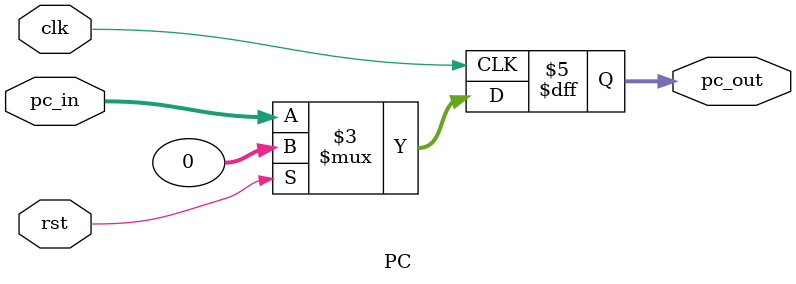
<source format=v>
module PC (
    input clk,
    input rst,
    input [31:0] pc_in,
    output reg [31:0] pc_out
    );
    
    always @(posedge clk )
    begin
        if(rst)
            pc_out <= 0;
        else
            pc_out <= pc_in;
    end
    
endmodule
</source>
